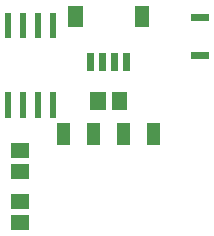
<source format=gbr>
G04 start of page 11 for group -4015 idx -4015 *
G04 Title: (unknown), toppaste *
G04 Creator: pcb 4.0.2 *
G04 CreationDate: Mon Jan 25 18:06:35 2021 UTC *
G04 For: ndholmes *
G04 Format: Gerber/RS-274X *
G04 PCB-Dimensions (mil): 950.00 1050.00 *
G04 PCB-Coordinate-Origin: lower left *
%MOIN*%
%FSLAX25Y25*%
%LNTOPPASTE*%
%ADD32C,0.0001*%
G54D32*G36*
X75047Y78685D02*Y76520D01*
X80953D01*
Y78685D01*
X75047D01*
G37*
G36*
Y91480D02*Y89315D01*
X80953D01*
Y91480D01*
X75047D01*
G37*
G36*
X15048Y41516D02*Y36398D01*
X20952D01*
Y41516D01*
X15048D01*
G37*
G36*
Y48602D02*Y43484D01*
X20952D01*
Y48602D01*
X15048D01*
G37*
G36*
Y24516D02*Y19398D01*
X20952D01*
Y24516D01*
X15048D01*
G37*
G36*
Y31602D02*Y26484D01*
X20952D01*
Y31602D01*
X15048D01*
G37*
G36*
X46516Y65452D02*X41398D01*
Y59548D01*
X46516D01*
Y65452D01*
G37*
G36*
X53602D02*X48484D01*
Y59548D01*
X53602D01*
Y65452D01*
G37*
G36*
X54587Y78551D02*X52225D01*
Y72449D01*
X54587D01*
Y78551D01*
G37*
G36*
X50650D02*X48288D01*
Y72449D01*
X50650D01*
Y78551D01*
G37*
G36*
X46712D02*X44350D01*
Y72449D01*
X46712D01*
Y78551D01*
G37*
G36*
X42775D02*X40413D01*
Y72449D01*
X42775D01*
Y78551D01*
G37*
G36*
X60886Y94299D02*X56162D01*
Y87213D01*
X60886D01*
Y94299D01*
G37*
G36*
X38838D02*X34114D01*
Y87213D01*
X38838D01*
Y94299D01*
G37*
G36*
X30000Y92000D02*X28000D01*
Y83500D01*
X30000D01*
Y92000D01*
G37*
G36*
X25000D02*X23000D01*
Y83500D01*
X25000D01*
Y92000D01*
G37*
G36*
X20000D02*X18000D01*
Y83500D01*
X20000D01*
Y92000D01*
G37*
G36*
X15000D02*X13000D01*
Y83500D01*
X15000D01*
Y92000D01*
G37*
G36*
Y65500D02*X13000D01*
Y57000D01*
X15000D01*
Y65500D01*
G37*
G36*
X20000D02*X18000D01*
Y57000D01*
X20000D01*
Y65500D01*
G37*
G36*
X25000D02*X23000D01*
Y57000D01*
X25000D01*
Y65500D01*
G37*
G36*
X30000D02*X28000D01*
Y57000D01*
X30000D01*
Y65500D01*
G37*
G36*
X34550Y55250D02*X30450D01*
Y47750D01*
X34550D01*
Y55250D01*
G37*
G36*
X44550D02*X40450D01*
Y47750D01*
X44550D01*
Y55250D01*
G37*
G36*
X54550D02*X50450D01*
Y47750D01*
X54550D01*
Y55250D01*
G37*
G36*
X64550D02*X60450D01*
Y47750D01*
X64550D01*
Y55250D01*
G37*
M02*

</source>
